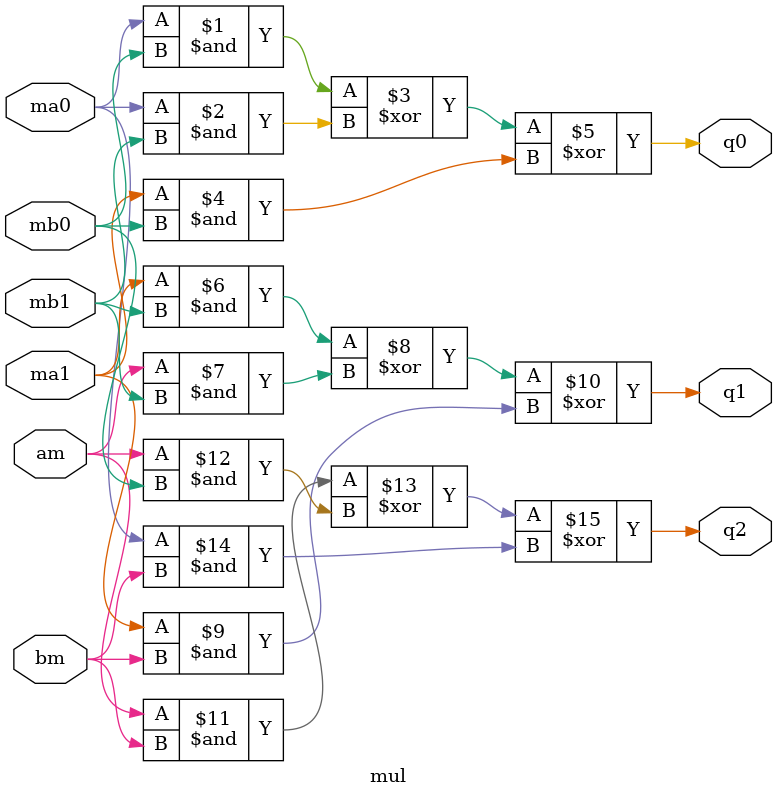
<source format=v>

module mul (am, ma0, ma1, bm, mb0, mb1, q0, q1, q2);

  input      am;

  input      ma0;

  input      ma1;

  input      bm;

  input      mb0;

  input      mb1;

  output     q0;

  output     q1;

  output     q2;

 

  wire      am;

  wire      ma0;

  wire      ma1;

  wire      bm;

  wire      mb0;

  wire      mb1;

  reg     q0;

  reg     q1;

  reg     q2;

 

  assign q0 = (ma0 & mb0) ^ (ma0 & mb1)  ^ (ma1 & mb0);

  assign q1 = (ma1 & mb1) ^ (am & mb1)  ^ (ma1 & bm);

  assign q2 = (am & bm)   ^ (am & mb0)  ^ (ma0 & bm);

 

endmodule

</source>
